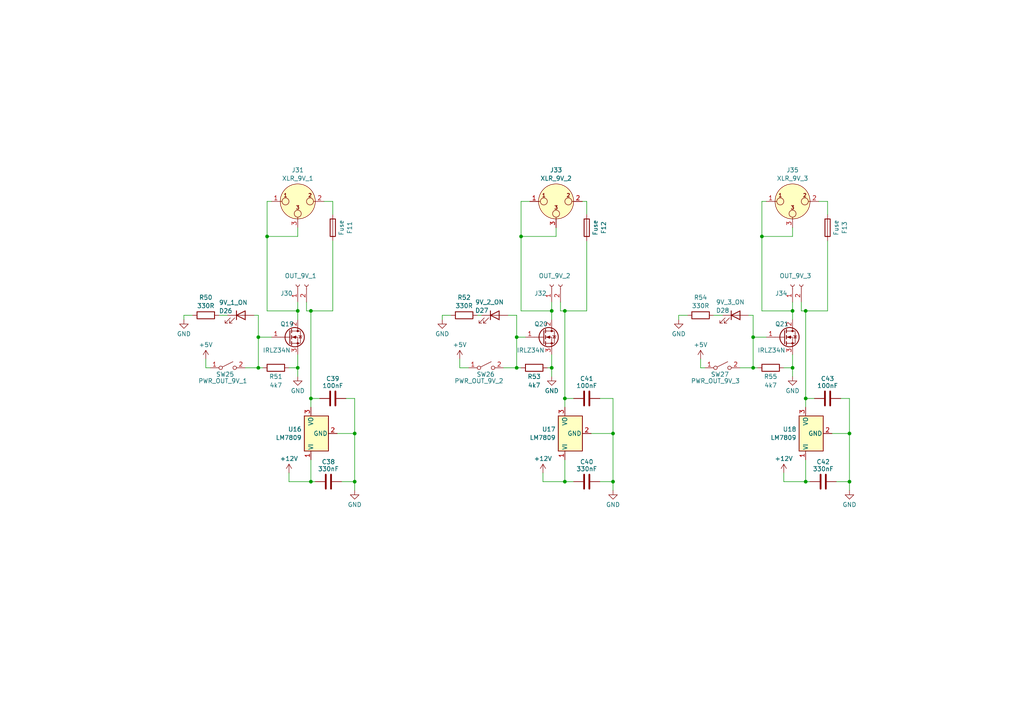
<source format=kicad_sch>
(kicad_sch (version 20231120) (generator "eeschema") (generator_version "8.0")
  (paper "A4")
  (lib_symbols
    (symbol "Connector:Conn_01x02_Socket" (pin_names (offset 1.016) hide)
      (property "Reference" "J" (at 0 2.54 0))
      (property "Value" "Conn_01x02_Socket" (at 0 -5.08 0))
      (symbol "Conn_01x02_Socket_1_1"
        (arc (start 0 -2.032) (mid -0.5058 -2.54) (end 0 -3.048) (stroke (width 0.1524)))
        (polyline (pts (xy -1.27 -2.54) (xy -0.508 -2.54)) (stroke (width 0.1524)))
        (polyline (pts (xy -1.27 0) (xy -0.508 0)) (stroke (width 0.1524)))
        (arc (start 0 0.508) (mid -0.5058 0) (end 0 -0.508) (stroke (width 0.1524)))
        (pin passive line (at -5.08 0 0) (length 3.81) (name "Pin_1") (number "1"))
        (pin passive line (at -5.08 -2.54 0) (length 3.81) (name "Pin_2") (number "2"))
      )
    )
    (symbol "Connector_Audio:XLR3" (pin_names hide)
      (property "Reference" "J" (at 0 8.89 0))
      (property "Value" "XLR3" (at 0 6.35 0))
      (symbol "XLR3_0_1"
        (circle (center -3.556 0) (radius 1.016))
        (circle (center 0 -3.556) (radius 1.016))
        (polyline (pts (xy -5.08 0) (xy -4.572 0)))
        (polyline (pts (xy 0 -5.08) (xy 0 -4.572)))
        (polyline (pts (xy 5.08 0) (xy 4.572 0)))
        (circle (center 0 0) (radius 5.08) (fill (type background)))
        (circle (center 3.556 0) (radius 1.016))
        (text "1" (at -3.556 1.778 0) (effects (font (size 1.016 1.016) (bold yes))))
        (text "2" (at 3.556 1.778 0) (effects (font (size 1.016 1.016) (bold yes))))
        (text "3" (at 0 -1.778 0) (effects (font (size 1.016 1.016) (bold yes))))
        (pin passive line (at -7.62 0 0) (length 2.54) (name "~") (number "1"))
        (pin passive line (at 7.62 0 180) (length 2.54) (name "~") (number "2"))
        (pin passive line (at 0 -7.62 90) (length 2.54) (name "~") (number "3"))
      )
    )
    (symbol "Device:C" (pin_numbers hide) (pin_names (offset 0.254))
      (property "Reference" "C" (at 0.635 2.54 0))
      (property "Value" "C" (at 0.635 -2.54 0))
      (symbol "C_0_1"
        (polyline (pts (xy -2.032 -0.762) (xy 2.032 -0.762)) (stroke (width 0.508)))
        (polyline (pts (xy -2.032 0.762) (xy 2.032 0.762)) (stroke (width 0.508)))
      )
      (symbol "C_1_1"
        (pin passive line (at 0 3.81 270) (length 2.794) (name "~") (number "1"))
        (pin passive line (at 0 -3.81 90) (length 2.794) (name "~") (number "2"))
      )
    )
    (symbol "Device:Fuse" (pin_numbers hide) (pin_names (offset 0))
      (property "Reference" "F" (at 2.032 0 90))
      (property "Value" "Fuse" (at -1.905 0 90))
      (symbol "Fuse_0_1"
        (rectangle (start -0.762 -2.54) (end 0.762 2.54) (stroke (width 0.254)))
        (polyline (pts (xy 0 2.54) (xy 0 -2.54)))
      )
      (symbol "Fuse_1_1"
        (pin passive line (at 0 3.81 270) (length 1.27) (name "~") (number "1"))
        (pin passive line (at 0 -3.81 90) (length 1.27) (name "~") (number "2"))
      )
    )
    (symbol "Device:LED" (pin_numbers hide) (pin_names (offset 1.016) hide)
      (property "Reference" "D" (at 0 2.54 0))
      (property "Value" "LED" (at 0 -2.54 0))
      (symbol "LED_0_1"
        (polyline (pts (xy -1.27 -1.27) (xy -1.27 1.27)) (stroke (width 0.254)))
        (polyline (pts (xy -1.27 0) (xy 1.27 0)))
        (polyline (pts (xy 1.27 -1.27) (xy 1.27 1.27) (xy -1.27 0) (xy 1.27 -1.27)) (stroke (width 0.254)))
        (polyline (pts (xy -3.048 -0.762) (xy -4.572 -2.286) (xy -3.81 -2.286) (xy -4.572 -2.286) (xy -4.572 -1.524)))
        (polyline (pts (xy -1.778 -0.762) (xy -3.302 -2.286) (xy -2.54 -2.286) (xy -3.302 -2.286) (xy -3.302 -1.524)))
      )
      (symbol "LED_1_1"
        (pin passive line (at -3.81 0 0) (length 2.54) (name "K") (number "1"))
        (pin passive line (at 3.81 0 180) (length 2.54) (name "A") (number "2"))
      )
    )
    (symbol "Device:R" (pin_numbers hide) (pin_names (offset 0))
      (property "Reference" "R" (at 2.032 0 90))
      (property "Value" "R" (at 0 0 90))
      (symbol "R_0_1"
        (rectangle (start -1.016 -2.54) (end 1.016 2.54) (stroke (width 0.254)))
      )
      (symbol "R_1_1"
        (pin passive line (at 0 3.81 270) (length 1.27) (name "~") (number "1"))
        (pin passive line (at 0 -3.81 90) (length 1.27) (name "~") (number "2"))
      )
    )
    (symbol "Regulator_Linear:LM7809_TO220" (pin_names (offset 0.254))
      (property "Reference" "U" (at -3.81 3.175 0))
      (property "Value" "LM7809_TO220" (at 0 3.175 0))
      (symbol "LM7809_TO220_0_1"
        (rectangle (start -5.08 1.905) (end 5.08 -5.08) (stroke (width 0.254)) (fill (type background)))
      )
      (symbol "LM7809_TO220_1_1"
        (pin power_in line (at -7.62 0 0) (length 2.54) (name "VI") (number "1"))
        (pin power_in line (at 0 -7.62 90) (length 2.54) (name "GND") (number "2"))
        (pin power_out line (at 7.62 0 180) (length 2.54) (name "VO") (number "3"))
      )
    )
    (symbol "Switch:SW_SPST" (pin_names (offset 0) hide)
      (property "Reference" "SW" (at 0 3.175 0))
      (property "Value" "SW_SPST" (at 0 -2.54 0))
      (symbol "SW_SPST_0_0"
        (circle (center -2.032 0) (radius 0.508))
        (polyline (pts (xy -1.524 0.254) (xy 1.524 1.778)))
        (circle (center 2.032 0) (radius 0.508))
      )
      (symbol "SW_SPST_1_1"
        (pin passive line (at -5.08 0 0) (length 2.54) (name "A") (number "1"))
        (pin passive line (at 5.08 0 180) (length 2.54) (name "B") (number "2"))
      )
    )
    (symbol "Transistor_FET:IRLZ34N" (pin_names hide)
      (property "Reference" "Q" (at 5.08 1.905 0))
      (property "Value" "IRLZ34N" (at 5.08 0 0))
      (symbol "IRLZ34N_0_1"
        (polyline (pts (xy 0.254 0) (xy -2.54 0)))
        (polyline (pts (xy 0.254 1.905) (xy 0.254 -1.905)) (stroke (width 0.254)))
        (polyline (pts (xy 0.762 -1.27) (xy 0.762 -2.286)) (stroke (width 0.254)))
        (polyline (pts (xy 0.762 0.508) (xy 0.762 -0.508)) (stroke (width 0.254)))
        (polyline (pts (xy 0.762 2.286) (xy 0.762 1.27)) (stroke (width 0.254)))
        (polyline (pts (xy 2.54 2.54) (xy 2.54 1.778)))
        (polyline (pts (xy 2.54 -2.54) (xy 2.54 0) (xy 0.762 0)))
        (polyline (pts (xy 0.762 -1.778) (xy 3.302 -1.778) (xy 3.302 1.778) (xy 0.762 1.778)))
        (polyline (pts (xy 1.016 0) (xy 2.032 0.381) (xy 2.032 -0.381) (xy 1.016 0)) (fill (type outline)))
        (polyline (pts (xy 2.794 0.508) (xy 2.921 0.381) (xy 3.683 0.381) (xy 3.81 0.254)))
        (polyline (pts (xy 3.302 0.381) (xy 2.921 -0.254) (xy 3.683 -0.254) (xy 3.302 0.381)))
        (circle (center 1.651 0) (radius 2.794) (stroke (width 0.254)))
        (circle (center 2.54 -1.778) (radius 0.254) (fill (type outline)))
        (circle (center 2.54 1.778) (radius 0.254) (fill (type outline)))
      )
      (symbol "IRLZ34N_1_1"
        (pin input line (at -5.08 0 0) (length 2.54) (name "G") (number "1"))
        (pin passive line (at 2.54 5.08 270) (length 2.54) (name "D") (number "2"))
        (pin passive line (at 2.54 -5.08 90) (length 2.54) (name "S") (number "3"))
      )
    )
    (symbol "power:+12V" (power) (pin_names (offset 0))
      (property "Value" "+12V" (at 0 3.556 0))
      (symbol "+12V_0_1"
        (polyline (pts (xy -0.762 1.27) (xy 0 2.54)))
        (polyline (pts (xy 0 0) (xy 0 2.54)))
        (polyline (pts (xy 0 2.54) (xy 0.762 1.27)))
      )
      (symbol "+12V_1_1"
        (pin power_in line (at 0 0 90) (length 0) hide (name "+12V") (number "1"))
      )
    )
    (symbol "power:+5V" (power) (pin_names (offset 0))
      (property "Value" "+5V" (at 0 3.556 0))
      (symbol "+5V_0_1"
        (polyline (pts (xy -0.762 1.27) (xy 0 2.54)))
        (polyline (pts (xy 0 0) (xy 0 2.54)))
        (polyline (pts (xy 0 2.54) (xy 0.762 1.27)))
      )
      (symbol "+5V_1_1"
        (pin power_in line (at 0 0 90) (length 0) hide (name "+5V") (number "1"))
      )
    )
    (symbol "power:GND" (power) (pin_names (offset 0))
      (property "Value" "GND" (at 0 -3.81 0))
      (symbol "GND_0_1"
        (polyline (pts (xy 0 0) (xy 0 -1.27) (xy 1.27 -1.27) (xy 0 -2.54) (xy -1.27 -1.27) (xy 0 -1.27)))
      )
      (symbol "GND_1_1"
        (pin power_in line (at 0 0 270) (length 0) hide (name "GND") (number "1"))
      )
    )
  )
  (junction (at 86.36 90.17))
  (junction (at 90.17 90.17))
  (junction (at 149.86 106.68))
  (junction (at 160.02 106.68))
  (junction (at 149.86 97.79))
  (junction (at 74.93 97.79))
  (junction (at 229.87 106.68))
  (junction (at 177.8 139.7))
  (junction (at 163.83 90.17))
  (junction (at 163.83 139.7))
  (junction (at 177.8 125.73))
  (junction (at 218.44 106.68))
  (junction (at 160.02 90.17))
  (junction (at 102.87 125.73))
  (junction (at 90.17 139.7))
  (junction (at 233.68 90.17))
  (junction (at 218.44 97.79))
  (junction (at 86.36 106.68))
  (junction (at 74.93 106.68))
  (junction (at 220.98 68.58))
  (junction (at 246.38 125.73))
  (junction (at 90.17 115.57))
  (junction (at 229.87 90.17))
  (junction (at 77.47 68.58))
  (junction (at 163.83 115.57))
  (junction (at 102.87 139.7))
  (junction (at 151.13 68.58))
  (junction (at 233.68 139.7))
  (junction (at 246.38 139.7))
  (junction (at 233.68 115.57))
  (wire (pts (xy 222.25 97.79) (xy 218.44 97.79)))
  (wire (pts (xy 88.9 87.63) (xy 88.9 90.17)))
  (wire (pts (xy 232.41 90.17) (xy 233.68 90.17)))
  (wire (pts (xy 138.43 91.44) (xy 139.7 91.44)))
  (wire (pts (xy 177.8 125.73) (xy 177.8 115.57)))
  (wire (pts (xy 83.82 137.16) (xy 83.82 139.7)))
  (wire (pts (xy 168.91 58.42) (xy 170.18 58.42)))
  (wire (pts (xy 218.44 91.44) (xy 218.44 97.79)))
  (wire (pts (xy 59.69 106.68) (xy 59.69 104.14)))
  (wire (pts (xy 177.8 125.73) (xy 177.8 139.7)))
  (wire (pts (xy 233.68 90.17) (xy 233.68 115.57)))
  (wire (pts (xy 86.36 102.87) (xy 86.36 106.68)))
  (wire (pts (xy 233.68 90.17) (xy 240.03 90.17)))
  (wire (pts (xy 233.68 118.11) (xy 233.68 115.57)))
  (wire (pts (xy 170.18 90.17) (xy 170.18 69.85)))
  (wire (pts (xy 229.87 68.58) (xy 220.98 68.58)))
  (wire (pts (xy 160.02 102.87) (xy 160.02 106.68)))
  (wire (pts (xy 78.74 97.79) (xy 74.93 97.79)))
  (wire (pts (xy 146.05 106.68) (xy 149.86 106.68)))
  (wire (pts (xy 217.17 91.44) (xy 218.44 91.44)))
  (wire (pts (xy 162.56 90.17) (xy 163.83 90.17)))
  (wire (pts (xy 86.36 106.68) (xy 86.36 109.22)))
  (wire (pts (xy 63.5 91.44) (xy 66.04 91.44)))
  (wire (pts (xy 151.13 90.17) (xy 160.02 90.17)))
  (wire (pts (xy 171.45 125.73) (xy 177.8 125.73)))
  (wire (pts (xy 151.13 68.58) (xy 151.13 58.42)))
  (wire (pts (xy 177.8 115.57) (xy 173.99 115.57)))
  (wire (pts (xy 162.56 87.63) (xy 162.56 90.17)))
  (wire (pts (xy 71.12 106.68) (xy 74.93 106.68)))
  (wire (pts (xy 55.88 91.44) (xy 53.34 91.44)))
  (wire (pts (xy 229.87 87.63) (xy 229.87 90.17)))
  (wire (pts (xy 74.93 91.44) (xy 74.93 97.79)))
  (wire (pts (xy 53.34 91.44) (xy 53.34 92.71)))
  (wire (pts (xy 90.17 139.7) (xy 91.44 139.7)))
  (wire (pts (xy 93.98 58.42) (xy 96.52 58.42)))
  (wire (pts (xy 99.06 139.7) (xy 102.87 139.7)))
  (wire (pts (xy 220.98 68.58) (xy 220.98 58.42)))
  (wire (pts (xy 218.44 106.68) (xy 219.71 106.68)))
  (wire (pts (xy 102.87 115.57) (xy 100.33 115.57)))
  (wire (pts (xy 90.17 90.17) (xy 90.17 115.57)))
  (wire (pts (xy 77.47 90.17) (xy 86.36 90.17)))
  (wire (pts (xy 149.86 106.68) (xy 151.13 106.68)))
  (wire (pts (xy 77.47 68.58) (xy 77.47 58.42)))
  (wire (pts (xy 152.4 97.79) (xy 149.86 97.79)))
  (wire (pts (xy 160.02 90.17) (xy 160.02 92.71)))
  (wire (pts (xy 199.39 91.44) (xy 196.85 91.44)))
  (wire (pts (xy 86.36 87.63) (xy 86.36 90.17)))
  (wire (pts (xy 237.49 58.42) (xy 240.03 58.42)))
  (wire (pts (xy 246.38 115.57) (xy 243.84 115.57)))
  (wire (pts (xy 161.29 66.04) (xy 161.29 68.58)))
  (wire (pts (xy 203.2 106.68) (xy 203.2 104.14)))
  (wire (pts (xy 96.52 58.42) (xy 96.52 62.23)))
  (wire (pts (xy 229.87 102.87) (xy 229.87 106.68)))
  (wire (pts (xy 83.82 139.7) (xy 90.17 139.7)))
  (wire (pts (xy 86.36 66.04) (xy 86.36 68.58)))
  (wire (pts (xy 90.17 90.17) (xy 96.52 90.17)))
  (wire (pts (xy 246.38 125.73) (xy 246.38 115.57)))
  (wire (pts (xy 102.87 139.7) (xy 102.87 142.24)))
  (wire (pts (xy 135.89 106.68) (xy 133.35 106.68)))
  (wire (pts (xy 161.29 68.58) (xy 151.13 68.58)))
  (wire (pts (xy 128.27 91.44) (xy 128.27 92.71)))
  (wire (pts (xy 240.03 90.17) (xy 240.03 69.85)))
  (wire (pts (xy 163.83 133.35) (xy 163.83 139.7)))
  (wire (pts (xy 196.85 91.44) (xy 196.85 92.71)))
  (wire (pts (xy 229.87 106.68) (xy 229.87 109.22)))
  (wire (pts (xy 88.9 90.17) (xy 90.17 90.17)))
  (wire (pts (xy 157.48 137.16) (xy 157.48 139.7)))
  (wire (pts (xy 241.3 125.73) (xy 246.38 125.73)))
  (wire (pts (xy 163.83 90.17) (xy 170.18 90.17)))
  (wire (pts (xy 214.63 106.68) (xy 218.44 106.68)))
  (wire (pts (xy 86.36 68.58) (xy 77.47 68.58)))
  (wire (pts (xy 90.17 115.57) (xy 92.71 115.57)))
  (wire (pts (xy 170.18 58.42) (xy 170.18 62.23)))
  (wire (pts (xy 96.52 90.17) (xy 96.52 69.85)))
  (wire (pts (xy 163.83 139.7) (xy 166.37 139.7)))
  (wire (pts (xy 74.93 106.68) (xy 76.2 106.68)))
  (wire (pts (xy 227.33 106.68) (xy 229.87 106.68)))
  (wire (pts (xy 220.98 90.17) (xy 229.87 90.17)))
  (wire (pts (xy 83.82 106.68) (xy 86.36 106.68)))
  (wire (pts (xy 74.93 97.79) (xy 74.93 106.68)))
  (wire (pts (xy 232.41 87.63) (xy 232.41 90.17)))
  (wire (pts (xy 207.01 91.44) (xy 209.55 91.44)))
  (wire (pts (xy 218.44 97.79) (xy 218.44 106.68)))
  (wire (pts (xy 246.38 125.73) (xy 246.38 139.7)))
  (wire (pts (xy 227.33 139.7) (xy 233.68 139.7)))
  (wire (pts (xy 220.98 58.42) (xy 222.25 58.42)))
  (wire (pts (xy 97.79 125.73) (xy 102.87 125.73)))
  (wire (pts (xy 246.38 139.7) (xy 246.38 142.24)))
  (wire (pts (xy 163.83 118.11) (xy 163.83 115.57)))
  (wire (pts (xy 77.47 90.17) (xy 77.47 68.58)))
  (wire (pts (xy 163.83 90.17) (xy 163.83 115.57)))
  (wire (pts (xy 204.47 106.68) (xy 203.2 106.68)))
  (wire (pts (xy 149.86 91.44) (xy 149.86 97.79)))
  (wire (pts (xy 102.87 125.73) (xy 102.87 139.7)))
  (wire (pts (xy 233.68 133.35) (xy 233.68 139.7)))
  (wire (pts (xy 102.87 125.73) (xy 102.87 115.57)))
  (wire (pts (xy 160.02 106.68) (xy 160.02 109.22)))
  (wire (pts (xy 157.48 139.7) (xy 163.83 139.7)))
  (wire (pts (xy 73.66 91.44) (xy 74.93 91.44)))
  (wire (pts (xy 173.99 139.7) (xy 177.8 139.7)))
  (wire (pts (xy 242.57 139.7) (xy 246.38 139.7)))
  (wire (pts (xy 130.81 91.44) (xy 128.27 91.44)))
  (wire (pts (xy 227.33 137.16) (xy 227.33 139.7)))
  (wire (pts (xy 90.17 133.35) (xy 90.17 139.7)))
  (wire (pts (xy 149.86 97.79) (xy 149.86 106.68)))
  (wire (pts (xy 233.68 115.57) (xy 236.22 115.57)))
  (wire (pts (xy 86.36 90.17) (xy 86.36 92.71)))
  (wire (pts (xy 160.02 87.63) (xy 160.02 90.17)))
  (wire (pts (xy 229.87 90.17) (xy 229.87 92.71)))
  (wire (pts (xy 158.75 106.68) (xy 160.02 106.68)))
  (wire (pts (xy 177.8 139.7) (xy 177.8 142.24)))
  (wire (pts (xy 220.98 90.17) (xy 220.98 68.58)))
  (wire (pts (xy 90.17 118.11) (xy 90.17 115.57)))
  (wire (pts (xy 240.03 58.42) (xy 240.03 62.23)))
  (wire (pts (xy 151.13 90.17) (xy 151.13 68.58)))
  (wire (pts (xy 77.47 58.42) (xy 78.74 58.42)))
  (wire (pts (xy 147.32 91.44) (xy 149.86 91.44)))
  (wire (pts (xy 133.35 106.68) (xy 133.35 104.14)))
  (wire (pts (xy 163.83 115.57) (xy 166.37 115.57)))
  (wire (pts (xy 229.87 66.04) (xy 229.87 68.58)))
  (wire (pts (xy 233.68 139.7) (xy 234.95 139.7)))
  (wire (pts (xy 60.96 106.68) (xy 59.69 106.68)))
  (wire (pts (xy 151.13 58.42) (xy 153.67 58.42)))
  (symbol (lib_id "Device:R") (at 59.69 91.44 90) (unit 1)
    (property "Reference" "R50" (at 59.69 86.2797 90))
    (property "Value" "330R" (at 59.69 88.7039 90))
    (property "Footprint" "Resistor_SMD:R_1206_3216Metric_Pad1.30x1.75mm_HandSolder" (effects (hide yes)))
  )
  (symbol (lib_id "Switch:SW_SPST") (at 209.55 106.68 0) (unit 1)
    (property "Reference" "SW27" (at 211.455 108.585 0) (effects (justify right)))
    (property "Value" "PWR_OUT_9V_3" (at 214.63 110.49 0) (effects (justify right)))
    (property "Footprint" "Connector_PinHeader_2.54mm:PinHeader_1x02_P2.54mm_Vertical" (effects (hide yes)))
  )
  (symbol (lib_id "power:+12V") (at 157.48 137.16 0) (unit 1)
    (property "Reference" "#PWR098" (effects (hide yes)))
    (property "Value" "+12V" (at 157.48 133.0269 0))
  )
  (symbol (lib_id "Device:C") (at 95.25 139.7 90) (unit 1)
    (property "Reference" "C38" (at 95.25 133.961 90))
    (property "Value" "330nF" (at 95.25 136.009 90))
    (property "Footprint" "Capacitor_SMD:C_1206_3216Metric_Pad1.33x1.80mm_HandSolder" (effects (hide yes)))
  )
  (symbol (lib_id "Device:C") (at 170.18 115.57 270) (mirror x) (unit 1)
    (property "Reference" "C41" (at 170.18 109.831 90))
    (property "Value" "100nF" (at 170.18 111.879 90))
    (property "Footprint" "Capacitor_SMD:C_1206_3216Metric_Pad1.33x1.80mm_HandSolder" (effects (hide yes)))
  )
  (symbol (lib_id "power:+5V") (at 133.35 104.14 0) (unit 1)
    (property "Reference" "#PWR097" (effects (hide yes)))
    (property "Value" "+5V" (at 133.35 100.0069 0))
  )
  (symbol (lib_id "power:+12V") (at 83.82 137.16 0) (unit 1)
    (property "Reference" "#PWR093" (effects (hide yes)))
    (property "Value" "+12V" (at 83.82 133.0269 0))
  )
  (symbol (lib_id "Device:C") (at 238.76 139.7 90) (unit 1)
    (property "Reference" "C42" (at 238.76 133.961 90))
    (property "Value" "330nF" (at 238.76 136.009 90))
    (property "Footprint" "Capacitor_SMD:C_1206_3216Metric_Pad1.33x1.80mm_HandSolder" (effects (hide yes)))
  )
  (symbol (lib_id "power:+12V") (at 227.33 137.16 0) (unit 1)
    (property "Reference" "#PWR0103" (effects (hide yes)))
    (property "Value" "+12V" (at 227.33 133.0269 0))
  )
  (symbol (lib_id "power:+5V") (at 59.69 104.14 0) (unit 1)
    (property "Reference" "#PWR092" (effects (hide yes)))
    (property "Value" "+5V" (at 59.69 100.0069 0))
  )
  (symbol (lib_id "power:GND") (at 160.02 109.22 0) (unit 1)
    (property "Reference" "#PWR099" (effects (hide yes)))
    (property "Value" "GND" (at 160.02 113.3531 0))
  )
  (symbol (lib_id "Connector:Conn_01x02_Socket") (at 229.87 82.55 90) (unit 1)
    (property "Reference" "J34" (at 224.79 85.09 90) (effects (justify right)))
    (property "Value" "OUT_9V_3" (at 226.06 80.01 90) (effects (justify right)))
    (property "Footprint" "Connector_Wire:SolderWire-1sqmm_1x02_P5.4mm_D1.4mm_OD2.7mm" (effects (hide yes)))
  )
  (symbol (lib_id "Regulator_Linear:LM7809_TO220") (at 233.68 125.73 90) (unit 1)
    (property "Reference" "U18" (at 231.0131 124.5179 90) (effects (justify left)))
    (property "Value" "LM7809" (at 231.0131 126.9421 90) (effects (justify left)))
    (property "Footprint" "Package_TO_SOT_THT:TO-220-3_Vertical" (effects (hide yes)))
    (property "Datasheet" "https://www.onsemi.cn/PowerSolutions/document/MC7800-D.PDF" (effects (hide yes)))
  )
  (symbol (lib_id "Device:C") (at 96.52 115.57 270) (mirror x) (unit 1)
    (property "Reference" "C39" (at 96.52 109.831 90))
    (property "Value" "100nF" (at 96.52 111.879 90))
    (property "Footprint" "Capacitor_SMD:C_1206_3216Metric_Pad1.33x1.80mm_HandSolder" (effects (hide yes)))
  )
  (symbol (lib_id "Regulator_Linear:LM7809_TO220") (at 90.17 125.73 90) (unit 1)
    (property "Reference" "U16" (at 87.5031 124.5179 90) (effects (justify left)))
    (property "Value" "LM7809" (at 87.5031 126.9421 90) (effects (justify left)))
    (property "Footprint" "Package_TO_SOT_THT:TO-220-3_Vertical" (effects (hide yes)))
    (property "Datasheet" "https://www.onsemi.cn/PowerSolutions/document/MC7800-D.PDF" (effects (hide yes)))
  )
  (symbol (lib_id "Transistor_FET:IRLZ34N") (at 227.33 97.79 0) (unit 1)
    (property "Reference" "Q21" (at 224.79 93.98 0) (effects (justify left)))
    (property "Value" "IRLZ34N" (at 219.71 101.6 0) (effects (justify left)))
    (property "Footprint" "Package_TO_SOT_THT:TO-220-3_Vertical" (effects (hide yes)))
    (property "Datasheet" "http://www.infineon.com/dgdl/irlz34npbf.pdf?fileId=5546d462533600a40153567206892720" (effects (hide yes)))
  )
  (symbol (lib_id "Device:R") (at 223.52 106.68 90) (unit 1)
    (property "Reference" "R55" (at 223.52 109.22 90))
    (property "Value" "4k7" (at 223.52 111.76 90))
    (property "Footprint" "Resistor_SMD:R_1206_3216Metric_Pad1.30x1.75mm_HandSolder" (effects (hide yes)))
  )
  (symbol (lib_id "power:GND") (at 86.36 109.22 0) (unit 1)
    (property "Reference" "#PWR094" (effects (hide yes)))
    (property "Value" "GND" (at 86.36 113.3531 0))
  )
  (symbol (lib_id "Transistor_FET:IRLZ34N") (at 83.82 97.79 0) (unit 1)
    (property "Reference" "Q19" (at 81.28 93.98 0) (effects (justify left)))
    (property "Value" "IRLZ34N" (at 76.2 101.6 0) (effects (justify left)))
    (property "Footprint" "Package_TO_SOT_THT:TO-220-3_Vertical" (effects (hide yes)))
    (property "Datasheet" "http://www.infineon.com/dgdl/irlz34npbf.pdf?fileId=5546d462533600a40153567206892720" (effects (hide yes)))
  )
  (symbol (lib_id "Regulator_Linear:LM7809_TO220") (at 163.83 125.73 90) (unit 1)
    (property "Reference" "U17" (at 161.1631 124.5179 90) (effects (justify left)))
    (property "Value" "LM7809" (at 161.1631 126.9421 90) (effects (justify left)))
    (property "Footprint" "Package_TO_SOT_THT:TO-220-3_Vertical" (effects (hide yes)))
    (property "Datasheet" "https://www.onsemi.cn/PowerSolutions/document/MC7800-D.PDF" (effects (hide yes)))
  )
  (symbol (lib_id "Device:R") (at 154.94 106.68 90) (unit 1)
    (property "Reference" "R53" (at 154.94 109.22 90))
    (property "Value" "4k7" (at 154.94 111.76 90))
    (property "Footprint" "Resistor_SMD:R_1206_3216Metric_Pad1.30x1.75mm_HandSolder" (effects (hide yes)))
  )
  (symbol (lib_id "Transistor_FET:IRLZ34N") (at 157.48 97.79 0) (unit 1)
    (property "Reference" "Q20" (at 154.94 93.98 0) (effects (justify left)))
    (property "Value" "IRLZ34N" (at 149.86 101.6 0) (effects (justify left)))
    (property "Footprint" "Package_TO_SOT_THT:TO-220-3_Vertical" (effects (hide yes)))
    (property "Datasheet" "http://www.infineon.com/dgdl/irlz34npbf.pdf?fileId=5546d462533600a40153567206892720" (effects (hide yes)))
  )
  (symbol (lib_id "power:GND") (at 196.85 92.71 0) (unit 1)
    (property "Reference" "#PWR0101" (effects (hide yes)))
    (property "Value" "GND" (at 196.85 96.8431 0))
  )
  (symbol (lib_id "Device:R") (at 203.2 91.44 90) (unit 1)
    (property "Reference" "R54" (at 203.2 86.2797 90))
    (property "Value" "330R" (at 203.2 88.7039 90))
    (property "Footprint" "Resistor_SMD:R_1206_3216Metric_Pad1.30x1.75mm_HandSolder" (effects (hide yes)))
  )
  (symbol (lib_id "power:GND") (at 102.87 142.24 0) (unit 1)
    (property "Reference" "#PWR095" (effects (hide yes)))
    (property "Value" "GND" (at 102.87 146.3731 0))
  )
  (symbol (lib_id "Device:C") (at 170.18 139.7 90) (unit 1)
    (property "Reference" "C40" (at 170.18 133.961 90))
    (property "Value" "330nF" (at 170.18 136.009 90))
    (property "Footprint" "Capacitor_SMD:C_1206_3216Metric_Pad1.33x1.80mm_HandSolder" (effects (hide yes)))
  )
  (symbol (lib_id "Connector_Audio:XLR3") (at 229.87 58.42 0) (unit 1) (in_bom no) (on_board no)
    (property "Reference" "J35" (at 229.87 49.3227 0))
    (property "Value" "XLR_9V_3" (at 229.87 51.7469 0))
    (property "Datasheet" " ~" (effects (hide yes)))
  )
  (symbol (lib_id "Device:R") (at 134.62 91.44 90) (unit 1)
    (property "Reference" "R52" (at 134.62 86.2797 90))
    (property "Value" "330R" (at 134.62 88.7039 90))
    (property "Footprint" "Resistor_SMD:R_1206_3216Metric_Pad1.30x1.75mm_HandSolder" (effects (hide yes)))
  )
  (symbol (lib_id "Device:Fuse") (at 96.52 66.04 0) (unit 1) (in_bom no) (on_board no)
    (property "Reference" "F11" (at 101.4263 66.04 90))
    (property "Value" "Fuse" (at 99.0021 66.04 90))
    (property "Footprint" "Connector_Wire:SolderWire-1sqmm_1x02_P5.4mm_D1.4mm_OD2.7mm" (effects (hide yes)))
  )
  (symbol (lib_id "Switch:SW_SPST") (at 66.04 106.68 0) (unit 1)
    (property "Reference" "SW25" (at 67.945 108.585 0) (effects (justify right)))
    (property "Value" "PWR_OUT_9V_1" (at 71.755 110.49 0) (effects (justify right)))
    (property "Footprint" "Connector_PinHeader_2.54mm:PinHeader_1x02_P2.54mm_Vertical" (effects (hide yes)))
  )
  (symbol (lib_id "power:GND") (at 128.27 92.71 0) (unit 1)
    (property "Reference" "#PWR096" (effects (hide yes)))
    (property "Value" "GND" (at 128.27 96.8431 0))
  )
  (symbol (lib_id "Device:LED") (at 213.36 91.44 0) (unit 1)
    (property "Reference" "D28" (at 207.645 90.0542 0) (effects (justify left)))
    (property "Value" "9V_3_ON" (at 207.645 87.63 0) (effects (justify left)))
    (property "Footprint" "Connector_PinHeader_2.54mm:PinHeader_1x02_P2.54mm_Vertical" (effects (hide yes)))
  )
  (symbol (lib_id "Connector_Audio:XLR3") (at 161.29 58.42 0) (unit 1) (in_bom no) (on_board no)
    (property "Reference" "J33" (at 161.29 49.3227 0))
    (property "Value" "XLR_9V_2" (at 161.29 51.7469 0))
    (property "Datasheet" " ~" (effects (hide yes)))
  )
  (symbol (lib_id "Switch:SW_SPST") (at 140.97 106.68 0) (unit 1)
    (property "Reference" "SW26" (at 143.51 108.585 0) (effects (justify right)))
    (property "Value" "PWR_OUT_9V_2" (at 146.05 110.49 0) (effects (justify right)))
    (property "Footprint" "Connector_PinHeader_2.54mm:PinHeader_1x02_P2.54mm_Vertical" (effects (hide yes)))
  )
  (symbol (lib_id "Connector:Conn_01x02_Socket") (at 86.36 82.55 90) (unit 1)
    (property "Reference" "J30" (at 81.28 85.09 90) (effects (justify right)))
    (property "Value" "OUT_9V_1" (at 82.55 80.01 90) (effects (justify right)))
    (property "Footprint" "Connector_Wire:SolderWire-1sqmm_1x02_P5.4mm_D1.4mm_OD2.7mm" (effects (hide yes)))
  )
  (symbol (lib_id "Device:R") (at 80.01 106.68 90) (unit 1)
    (property "Reference" "R51" (at 80.01 109.22 90))
    (property "Value" "4k7" (at 80.01 111.76 90))
    (property "Footprint" "Resistor_SMD:R_1206_3216Metric_Pad1.30x1.75mm_HandSolder" (effects (hide yes)))
  )
  (symbol (lib_id "Device:C") (at 240.03 115.57 270) (mirror x) (unit 1)
    (property "Reference" "C43" (at 240.03 109.831 90))
    (property "Value" "100nF" (at 240.03 111.879 90))
    (property "Footprint" "Capacitor_SMD:C_1206_3216Metric_Pad1.33x1.80mm_HandSolder" (effects (hide yes)))
  )
  (symbol (lib_id "Device:LED") (at 69.85 91.44 0) (unit 1)
    (property "Reference" "D26" (at 63.5 90.17 0) (effects (justify left)))
    (property "Value" "9V_1_ON" (at 63.5 87.7458 0) (effects (justify left)))
    (property "Footprint" "Connector_PinHeader_2.54mm:PinHeader_1x02_P2.54mm_Vertical" (effects (hide yes)))
  )
  (symbol (lib_id "Device:Fuse") (at 240.03 66.04 0) (unit 1) (in_bom no) (on_board no)
    (property "Reference" "F13" (at 244.9363 66.04 90))
    (property "Value" "Fuse" (at 242.5121 66.04 90))
    (property "Footprint" "Connector_Wire:SolderWire-1sqmm_1x02_P5.4mm_D1.4mm_OD2.7mm" (effects (hide yes)))
  )
  (symbol (lib_id "Connector:Conn_01x02_Socket") (at 160.02 82.55 90) (unit 1)
    (property "Reference" "J32" (at 154.94 85.09 90) (effects (justify right)))
    (property "Value" "OUT_9V_2" (at 156.21 80.01 90) (effects (justify right)))
    (property "Footprint" "Connector_Wire:SolderWire-1sqmm_1x02_P5.4mm_D1.4mm_OD2.7mm" (effects (hide yes)))
  )
  (symbol (lib_id "Device:Fuse") (at 170.18 66.04 0) (unit 1) (in_bom no) (on_board no)
    (property "Reference" "F12" (at 175.0863 66.04 90))
    (property "Value" "Fuse" (at 172.6621 66.04 90))
    (property "Footprint" "Connector_Wire:SolderWire-1sqmm_1x02_P5.4mm_D1.4mm_OD2.7mm" (effects (hide yes)))
  )
  (symbol (lib_id "power:GND") (at 177.8 142.24 0) (unit 1)
    (property "Reference" "#PWR0100" (effects (hide yes)))
    (property "Value" "GND" (at 177.8 146.3731 0))
  )
  (symbol (lib_id "power:GND") (at 229.87 109.22 0) (unit 1)
    (property "Reference" "#PWR0104" (effects (hide yes)))
    (property "Value" "GND" (at 229.87 113.3531 0))
  )
  (symbol (lib_id "power:GND") (at 246.38 142.24 0) (unit 1)
    (property "Reference" "#PWR0105" (effects (hide yes)))
    (property "Value" "GND" (at 246.38 146.3731 0))
  )
  (symbol (lib_id "power:+5V") (at 203.2 104.14 0) (unit 1)
    (property "Reference" "#PWR0102" (effects (hide yes)))
    (property "Value" "+5V" (at 203.2 100.0069 0))
  )
  (symbol (lib_id "Device:LED") (at 143.51 91.44 0) (unit 1)
    (property "Reference" "D27" (at 137.795 90.0542 0) (effects (justify left)))
    (property "Value" "9V_2_ON" (at 137.795 87.63 0) (effects (justify left)))
    (property "Footprint" "Connector_PinHeader_2.54mm:PinHeader_1x02_P2.54mm_Vertical" (effects (hide yes)))
  )
  (symbol (lib_id "Connector_Audio:XLR3") (at 86.36 58.42 0) (unit 1) (in_bom no) (on_board no)
    (property "Reference" "J31" (at 86.36 49.3227 0))
    (property "Value" "XLR_9V_1" (at 86.36 51.7469 0))
    (property "Datasheet" " ~" (effects (hide yes)))
  )
  (symbol (lib_id "power:GND") (at 53.34 92.71 0) (unit 1)
    (property "Reference" "#PWR091" (effects (hide yes)))
    (property "Value" "GND" (at 53.34 96.8431 0))
  )
)
</source>
